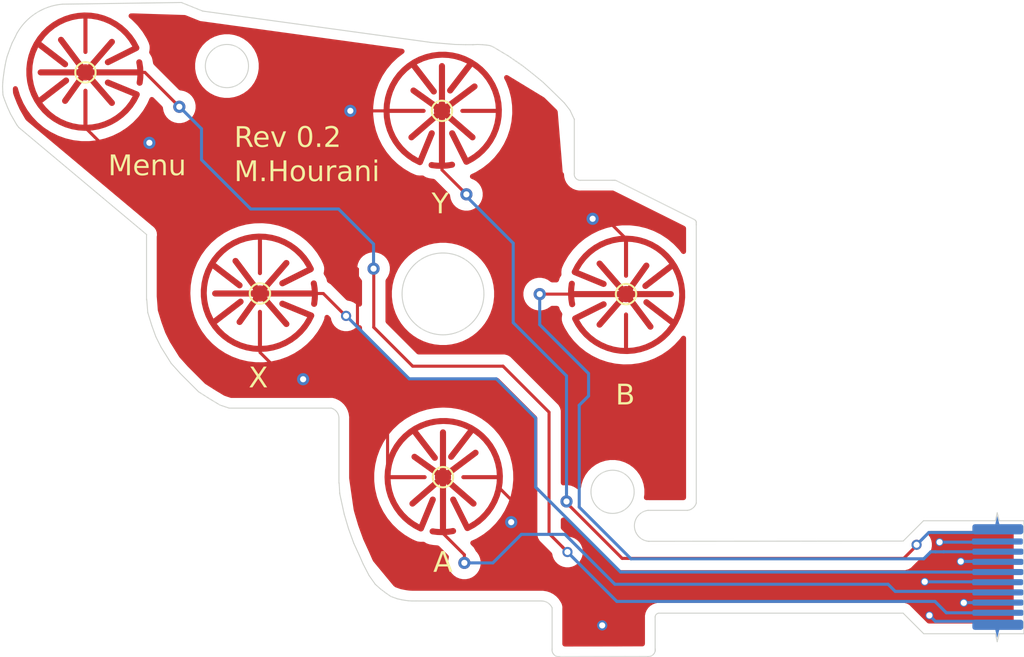
<source format=kicad_pcb>
(kicad_pcb (version 20241229) (generator "pcbnew") (generator_version "9.0")
  (layers (0 "F.Cu" signal) (2 "B.Cu" signal) (13 "F.Paste" user) (15 "B.Paste" user) (5 "F.SilkS" user "F.Silkscreen") (7 "B.SilkS" user "B.Silkscreen") (1 "F.Mask" user) (3 "B.Mask" user) (25 "Edge.Cuts" user))
  (net 0 "")
  (net 1 "Y-Button")
  (net 2 "GND")
  (net 3 "B-Button")
  (net 4 "X-Button")
  (net 5 "A-Button")
  (net 6 "Menu-Button")
  (footprint "" (layer "F.Cu") (at 177.4 92.75)
    (property "Reference" "" (at 0 0 0) (layer "F.SilkS") (effects (font (size 1.27 1.27))))
    (property "Value" "")
    (pad "4" connect roundrect (at 0 0 180) (size 2.5 0.3) (layers "B.Cu" "B.Mask") (net 2 "GND") (clearance 0.02))
  )
  (footprint "TestPoint:TestPoint_Pad_1.0x1.0mm" (layer "F.Cu") (at 177.4 91.15 180)
    (property "Reference" "REF**" (hide yes))
    (property "Value" "TestPoint_Pad_1.0x1.0mm" (hide yes))
    (pad "1" connect roundrect (at 0 0 180) (size 2.5 0.5) (layers "B.Cu" "B.Mask") (net 1 "Y-Button") (clearance 0.02))
  )
  (footprint "Button_Switch_Keyboard:Staggered vertical button pad" (layer "F.Cu") (at 150.15 88.59 90)
    (property "Reference" "REF**" (hide yes))
    (property "Value" "Staggered vertical button pad" (hide yes))
    (fp_circle (center 0 0) (end 0.4 0.3) (stroke (width 0.1)) (fill no) (layer "F.SilkS"))
    (pad "1" smd custom (at 0 -2.721552 90) (size 0.2 0.2) (layers "F.Cu" "F.Mask" "F.Paste") (net 2 "GND") (options (clearance outline) (anchor circle)) (primitives (gr_arc (start -2.519976 1.637666) (mid 2.757549 2.733538) (end -2.5 3.921552) (width 0.3)) (gr_line (start 0 5.421552) (end 0 3.721552) (width 0.2)) (gr_line (start 2.3 4.121552) (end 1 3.121552) (width 0.3)) (gr_line (start 2.25 1.321552) (end 0.95 2.321552) (width 0.3)) (gr_line (start -2.519975 1.637666) (end -1.1 2.221552) (width 0.3)) (gr_line (start -2.499996 3.921552) (end -1.1 3.221552) (width 0.3)) (gr_line (start 0 1.821552) (end 0 0.121552) (width 0.2))))
    (pad "2" smd custom (at 0 0 90) (size 0.8 0.8) (layers "F.Cu" "F.Mask" "F.Paste") (net 5 "A-Button") (options (clearance outline) (anchor circle)) (primitives (gr_line (start 0 0) (end 1.2 1.6) (width 0.3)) (gr_line (start 0 0) (end -1.3 1.5) (width 0.3)) (gr_line (start 0 0) (end 1 -1.4) (width 0.3)) (gr_line (start 0 0) (end -1.3 -1.5) (width 0.3)) (gr_line (start 2.2 0) (end -2.7 0) (width 0.3)) (gr_arc (start -2.644246 0.496482) (mid -2.700108 -0.006015) (end -2.661232 -0.510111) (width 0.3))))
  )
  (footprint "" (layer "F.Cu") (at 177.4 95.84)
    (property "Reference" "" (at 0 0 0) (layer "F.SilkS") (effects (font (size 1.27 1.27))))
    (property "Value" "")
    (pad "10" connect roundrect (at 0 0 180) (size 2.5 0.5) (layers "B.Cu" "B.Mask") (net 2 "GND") (clearance 0.001))
  )
  (footprint "" (layer "F.Cu") (at 177.4 94.25)
    (property "Reference" "" (at 0 0 0) (layer "F.SilkS") (effects (font (size 1.27 1.27))))
    (property "Value" "")
    (pad "7" connect roundrect (at 0 0 180) (size 2.5 0.3) (layers "B.Cu" "B.Mask") (net 5 "A-Button") (clearance 0.02))
  )
  (footprint "" (layer "F.Cu") (at 177.4 92.25)
    (property "Reference" "" (at 0 0 0) (layer "F.SilkS") (effects (font (size 1.27 1.27))))
    (property "Value" "")
    (pad "3" connect roundrect (at 0 0 180) (size 2.5 0.3) (layers "B.Cu" "B.Mask") (net 3 "B-Button") (clearance 0.02))
  )
  (footprint "Button_Switch_Keyboard:Staggered vertical button pad" (layer "F.Cu") (at 159.14 79.6)
    (property "Reference" "REF**" (hide yes))
    (property "Value" "Staggered vertical button pad" (hide yes))
    (fp_circle (center 0 0) (end 0.4 0.3) (stroke (width 0.1)) (fill no) (layer "F.SilkS"))
    (pad "1" smd custom (at 0 -2.721552) (size 0.2 0.2) (layers "F.Cu" "F.Mask" "F.Paste") (net 2 "GND") (options (clearance outline) (anchor circle)) (primitives (gr_arc (start -2.519976 1.637666) (mid 2.757549 2.733538) (end -2.5 3.921552) (width 0.3)) (gr_line (start 0 5.421552) (end 0 3.721552) (width 0.2)) (gr_line (start 2.3 4.121552) (end 1 3.121552) (width 0.3)) (gr_line (start 2.25 1.321552) (end 0.95 2.321552) (width 0.3)) (gr_line (start -2.519975 1.637666) (end -1.1 2.221552) (width 0.3)) (gr_line (start -2.499996 3.921552) (end -1.1 3.221552) (width 0.3)) (gr_line (start 0 1.821552) (end 0 0.121552) (width 0.2))))
    (pad "2" smd custom (at 0 0) (size 0.8 0.8) (layers "F.Cu" "F.Mask" "F.Paste") (net 3 "B-Button") (options (clearance outline) (anchor circle)) (primitives (gr_line (start 0 0) (end 1.2 1.6) (width 0.3)) (gr_line (start 0 0) (end -1.3 1.5) (width 0.3)) (gr_line (start 0 0) (end 1 -1.4) (width 0.3)) (gr_line (start 0 0) (end -1.3 -1.5) (width 0.3)) (gr_line (start 2.2 0) (end -2.7 0) (width 0.3)) (gr_arc (start -2.644246 0.496482) (mid -2.700108 -0.006015) (end -2.661232 -0.510111) (width 0.3))))
  )
  (footprint "Button_Switch_Keyboard:Staggered vertical button pad" (layer "F.Cu") (at 132.59 68.71 180)
    (property "Reference" "REF**" (hide yes))
    (property "Value" "Staggered vertical button pad" (hide yes))
    (fp_circle (center 0 0) (end 0.4 0.3) (stroke (width 0.1)) (fill no) (layer "F.SilkS"))
    (pad "1" smd custom (at 0 -2.721552 180) (size 0.2 0.2) (layers "F.Cu" "F.Mask" "F.Paste") (net 2 "GND") (options (clearance outline) (anchor circle)) (primitives (gr_arc (start -2.519976 1.637666) (mid 2.757549 2.733538) (end -2.5 3.921552) (width 0.3)) (gr_line (start 0 5.421552) (end 0 3.721552) (width 0.2)) (gr_line (start 2.3 4.121552) (end 1 3.121552) (width 0.3)) (gr_line (start 2.25 1.321552) (end 0.95 2.321552) (width 0.3)) (gr_line (start -2.519975 1.637666) (end -1.1 2.221552) (width 0.3)) (gr_line (start -2.499996 3.921552) (end -1.1 3.221552) (width 0.3)) (gr_line (start 0 1.821552) (end 0 0.121552) (width 0.2))))
    (pad "2" smd custom (at 0 0 180) (size 0.8 0.8) (layers "F.Cu" "F.Mask" "F.Paste") (net 6 "Menu-Button") (options (clearance outline) (anchor circle)) (primitives (gr_line (start 0 0) (end 1.2 1.6) (width 0.3)) (gr_line (start 0 0) (end -1.3 1.5) (width 0.3)) (gr_line (start 0 0) (end 1 -1.4) (width 0.3)) (gr_line (start 0 0) (end -1.3 -1.5) (width 0.3)) (gr_line (start 2.2 0) (end -2.7 0) (width 0.3)) (gr_arc (start -2.644246 0.496482) (mid -2.700108 -0.006015) (end -2.661232 -0.510111) (width 0.3))))
  )
  (footprint "Button_Switch_Keyboard:Staggered vertical button pad" (layer "F.Cu") (at 141.16 79.57 180)
    (property "Reference" "REF**" (hide yes))
    (property "Value" "Staggered vertical button pad" (hide yes))
    (fp_circle (center 0 0) (end 0.4 0.3) (stroke (width 0.1)) (fill no) (layer "F.SilkS"))
    (pad "1" smd custom (at 0 -2.721552 180) (size 0.2 0.2) (layers "F.Cu" "F.Mask" "F.Paste") (net 2 "GND") (options (clearance outline) (anchor circle)) (primitives (gr_arc (start -2.519976 1.637666) (mid 2.757549 2.733538) (end -2.5 3.921552) (width 0.3)) (gr_line (start 0 5.421552) (end 0 3.721552) (width 0.2)) (gr_line (start 2.3 4.121552) (end 1 3.121552) (width 0.3)) (gr_line (start 2.25 1.321552) (end 0.95 2.321552) (width 0.3)) (gr_line (start -2.519975 1.637666) (end -1.1 2.221552) (width 0.3)) (gr_line (start -2.499996 3.921552) (end -1.1 3.221552) (width 0.3)) (gr_line (start 0 1.821552) (end 0 0.121552) (width 0.2))))
    (pad "2" smd custom (at 0 0 180) (size 0.8 0.8) (layers "F.Cu" "F.Mask" "F.Paste") (net 4 "X-Button") (options (clearance outline) (anchor circle)) (primitives (gr_line (start 0 0) (end 1.2 1.6) (width 0.3)) (gr_line (start 0 0) (end -1.3 1.5) (width 0.3)) (gr_line (start 0 0) (end 1 -1.4) (width 0.3)) (gr_line (start 0 0) (end -1.3 -1.5) (width 0.3)) (gr_line (start 2.2 0) (end -2.7 0) (width 0.3)) (gr_arc (start -2.644246 0.496482) (mid -2.700108 -0.006015) (end -2.661232 -0.510111) (width 0.3))))
  )
  (footprint "" (layer "F.Cu") (at 177.4 93.25)
    (property "Reference" "" (at 0 0 0) (layer "F.SilkS") (effects (font (size 1.27 1.27))))
    (property "Value" "")
    (pad "5" connect roundrect (at 0 0 180) (size 2.5 0.3) (layers "B.Cu" "B.Mask") (net 4 "X-Button") (clearance 0.02))
  )
  (footprint "" (layer "F.Cu") (at 177.38 91.75)
    (property "Reference" "" (at 0 0 0) (layer "F.SilkS") (effects (font (size 1.27 1.27))))
    (property "Value" "")
    (pad "2" connect roundrect (at 0 0 180) (size 2.5 0.3) (layers "B.Cu" "B.Mask") (net 2 "GND") (clearance 0.02))
  )
  (footprint "" (layer "F.Cu") (at 177.4 94.75)
    (property "Reference" "" (at 0 0 0) (layer "F.SilkS") (effects (font (size 1.27 1.27))))
    (property "Value" "")
    (pad "8" connect roundrect (at 0 0 180) (size 2.5 0.3) (layers "B.Cu" "B.Mask") (net 2 "GND") (clearance 0.02))
  )
  (footprint "" (layer "F.Cu") (at 177.39 93.75)
    (property "Reference" "" (at 0 0 0) (layer "F.SilkS") (effects (font (size 1.27 1.27))))
    (property "Value" "")
    (pad "6" connect roundrect (at 0 0 180) (size 2.5 0.3) (layers "B.Cu" "B.Mask") (net 2 "GND") (clearance 0.02))
  )
  (footprint "Button_Switch_Keyboard:Staggered vertical button pad" (layer "F.Cu") (at 150.1 70.6 90)
    (property "Reference" "REF**" (hide yes))
    (property "Value" "Staggered vertical button pad" (hide yes))
    (fp_circle (center 0 0) (end 0.4 0.3) (stroke (width 0.1)) (fill no) (layer "F.SilkS"))
    (pad "1" smd custom (at 0 -2.721552 90) (size 0.2 0.2) (layers "F.Cu" "F.Mask" "F.Paste") (net 2 "GND") (options (clearance outline) (anchor circle)) (primitives (gr_arc (start -2.519976 1.637666) (mid 2.757549 2.733538) (end -2.5 3.921552) (width 0.3)) (gr_line (start 0 5.421552) (end 0 3.721552) (width 0.2)) (gr_line (start 2.3 4.121552) (end 1 3.121552) (width 0.3)) (gr_line (start 2.25 1.321552) (end 0.95 2.321552) (width 0.3)) (gr_line (start -2.519975 1.637666) (end -1.1 2.221552) (width 0.3)) (gr_line (start -2.499996 3.921552) (end -1.1 3.221552) (width 0.3)) (gr_line (start 0 1.821552) (end 0 0.121552) (width 0.2))))
    (pad "2" smd custom (at 0 0 90) (size 0.8 0.8) (layers "F.Cu" "F.Mask" "F.Paste") (net 1 "Y-Button") (options (clearance outline) (anchor circle)) (primitives (gr_line (start 0 0) (end 1.2 1.6) (width 0.3)) (gr_line (start 0 0) (end -1.3 1.5) (width 0.3)) (gr_line (start 0 0) (end 1 -1.4) (width 0.3)) (gr_line (start 0 0) (end -1.3 -1.5) (width 0.3)) (gr_line (start 2.2 0) (end -2.7 0) (width 0.3)) (gr_arc (start -2.644246 0.496482) (mid -2.700108 -0.006015) (end -2.661232 -0.510111) (width 0.3))))
  )
  (footprint "" (layer "F.Cu") (at 177.4 95.25)
    (property "Reference" "" (at 0 0 0) (layer "F.SilkS") (effects (font (size 1.27 1.27))))
    (property "Value" "")
    (pad "9" connect roundrect (at 0 0 180) (size 2.5 0.3) (layers "B.Cu" "B.Mask") (net 6 "Menu-Button") (clearance 0.02))
  )
  (gr_rect (start 157.11 95.11) (end 158.93 96.79) (stroke (width 0.2)) (fill yes) (layer "F.Cu") (net 2))
  (gr_poly (pts (xy 177.28189 90.9) (xy 177.37189 90.514446) (xy 177.47 90.9)) (stroke (width 0.01)) (fill yes) (layer "B.Cu") (net 1))
  (gr_poly (pts (xy 177.279606 96.081785) (xy 177.369606 96.467339) (xy 177.467716 96.081785)) (stroke (width 0.01)) (fill yes) (layer "B.Cu") (net 2))
  (gr_line (start 148.81 94.67) (end 155.005 94.67) (stroke (width 0.05)) (layer "Edge.Cuts"))
  (gr_line (start 145.3 90.41) (end 145.51 91.12) (stroke (width 0.05)) (layer "Edge.Cuts"))
  (gr_line (start 135.59 79.89) (end 135.59 76.67) (stroke (width 0.05)) (layer "Edge.Cuts"))
  (gr_line (start 158.71 74.05) (end 158.65 74.02) (stroke (width 0.05)) (layer "Edge.Cuts"))
  (gr_circle (center 158.478963 89.31) (end 159.208963 90.08) (stroke (width 0.05)) (fill no) (layer "Edge.Cuts"))
  (gr_line (start 135.65 80.5) (end 135.85 81.15) (stroke (width 0.05)) (layer "Edge.Cuts"))
  (gr_line (start 145.07 89.36) (end 145.3 90.41) (stroke (width 0.05)) (layer "Edge.Cuts"))
  (gr_line (start 156.11 70.21) (end 156.39 70.57) (stroke (width 0.05)) (layer "Edge.Cuts"))
  (gr_line (start 128.74 67.94) (end 128.69 68.14) (stroke (width 0.05)) (layer "Edge.Cuts"))
  (gr_line (start 172.75 95.27) (end 160.74 95.27) (stroke (width 0.05)) (layer "Edge.Cuts"))
  (gr_line (start 128.53 69.2) (end 128.52 69.39) (stroke (width 0.05)) (layer "Edge.Cuts"))
  (gr_line (start 135.6 79.85) (end 135.65 80.5) (stroke (width 0.05)) (layer "Edge.Cuts"))
  (gr_line (start 158.46 74.01) (end 158.54 74.01) (stroke (width 0.05)) (layer "Edge.Cuts"))
  (gr_line (start 131.46 65.36) (end 137.3 65.278) (stroke (width 0.05)) (layer "Edge.Cuts"))
  (gr_line (start 136.05 81.7) (end 136.3 82.2) (stroke (width 0.05)) (layer "Edge.Cuts"))
  (gr_line (start 147.59 94.45) (end 147.9 94.56) (stroke (width 0.05)) (layer "Edge.Cuts"))
  (gr_line (start 128.76 70.42) (end 128.91 70.75) (stroke (width 0.05)) (layer "Edge.Cuts"))
  (gr_line (start 147.89 94.56) (end 148.12 94.61) (stroke (width 0.05)) (layer "Edge.Cuts"))
  (gr_line (start 129.24 66.76) (end 129.12 67.01) (stroke (width 0.05)) (layer "Edge.Cuts"))
  (gr_line (start 162.58 76.02) (end 162.59 76.06) (stroke (width 0.05)) (layer "Edge.Cuts"))
  (gr_arc (start 156.898737 74.011974) (mid 156.674372 73.913475) (end 156.6 73.68) (stroke (width 0.05)) (layer "Edge.Cuts"))
  (gr_arc (start 154.980582 94.673284) (mid 155.296424 94.761245) (end 155.51 95.01) (stroke (width 0.05)) (layer "Edge.Cuts"))
  (gr_line (start 128.53 69.68) (end 128.54 69.82) (stroke (width 0.05)) (layer "Edge.Cuts"))
  (gr_line (start 162.59 76.15) (end 162.59 76.2) (stroke (width 0.05)) (layer "Edge.Cuts"))
  (gr_line (start 177.37 90.34) (end 177.28 90.73) (stroke (width 0.05)) (layer "Edge.Cuts"))
  (gr_line (start 136.3 82.2) (end 136.8 83) (stroke (width 0.05)) (layer "Edge.Cuts"))
  (gr_line (start 128.91 70.75) (end 129.04 70.98) (stroke (width 0.05)) (layer "Edge.Cuts"))
  (gr_line (start 155.05 69.18) (end 155.53 69.64) (stroke (width 0.05)) (layer "Edge.Cuts"))
  (gr_line (start 158.75 74.07) (end 158.71 74.05) (stroke (width 0.05)) (layer "Edge.Cuts"))
  (gr_line (start 172.75 95.27) (end 173.76 96.28) (stroke (width 0.05)) (layer "Edge.Cuts"))
  (gr_line (start 128.69 68.14) (end 128.65 68.34) (stroke (width 0.05)) (layer "Edge.Cuts"))
  (gr_arc (start 159.607719 90.69124) (mid 159.849964 90.372595) (end 160.22 90.22) (stroke (width 0.05)) (layer "Edge.Cuts"))
  (gr_line (start 128.99 67.26) (end 128.89 67.52) (stroke (width 0.05)) (layer "Edge.Cuts"))
  (gr_line (start 160.23 91.74) (end 172.745166 91.73) (stroke (width 0.05)) (layer "Edge.Cuts"))
  (gr_line (start 129.22 71.29) (end 129.32 71.42) (stroke (width 0.05)) (layer "Edge.Cuts"))
  (gr_line (start 148.62 94.67) (end 148.82 94.67) (stroke (width 0.05)) (layer "Edge.Cuts"))
  (gr_line (start 156.91 74.01) (end 158.46 74.01) (stroke (width 0.05)) (layer "Edge.Cuts"))
  (gr_line (start 151.85 67.34) (end 152.1 67.35) (stroke (width 0.05)) (layer "Edge.Cuts"))
  (gr_line (start 128.52 69.39) (end 128.53 69.68) (stroke (width 0.05)) (layer "Edge.Cuts"))
  (gr_line (start 153.37 67.91) (end 154.05 68.38) (stroke (width 0.05)) (layer "Edge.Cuts"))
  (gr_line (start 178.68 96.28) (end 178.68 90.73) (stroke (width 0.05)) (layer "Edge.Cuts"))
  (gr_line (start 138.35 65.7) (end 149.49 67.23) (stroke (width 0.05)) (layer "Edge.Cuts"))
  (gr_line (start 154.51 68.74) (end 155.05 69.18) (stroke (width 0.05)) (layer "Edge.Cuts"))
  (gr_line (start 162.59 76.06) (end 162.59 76.09) (stroke (width 0.05)) (layer "Edge.Cuts"))
  (gr_line (start 158.81 74.1) (end 158.75 74.07) (stroke (width 0.05)) (layer "Edge.Cuts"))
  (gr_line (start 154.04 68.37) (end 154.51 68.74) (stroke (width 0.05)) (layer "Edge.Cuts"))
  (gr_line (start 145.77 91.84) (end 146.05 92.45) (stroke (width 0.05)) (layer "Edge.Cuts"))
  (gr_line (start 146.81 93.84) (end 147.08 94.08) (stroke (width 0.05)) (layer "Edge.Cuts"))
  (gr_line (start 151.26 67.35) (end 151.65 67.35) (stroke (width 0.05)) (layer "Edge.Cuts"))
  (gr_arc (start 155.89 97.41) (mid 155.604816 97.311132) (end 155.508535 97.025065) (stroke (width 0.05)) (layer "Edge.Cuts"))
  (gr_line (start 128.63 70.09) (end 128.76 70.42) (stroke (width 0.05)) (layer "Edge.Cuts"))
  (gr_line (start 152.65 67.48) (end 153.37 67.91) (stroke (width 0.05)) (layer "Edge.Cuts"))
  (gr_line (start 128.89 67.52) (end 128.8 67.77) (stroke (width 0.05)) (layer "Edge.Cuts"))
  (gr_line (start 162.59 89.86) (end 162.59 76.19) (stroke (width 0.05)) (layer "Edge.Cuts"))
  (gr_line (start 173.75 90.73) (end 177.28 90.73) (stroke (width 0.05)) (layer "Edge.Cuts"))
  (gr_line (start 137.3 65.278) (end 138.35 65.7) (stroke (width 0.05)) (layer "Edge.Cuts"))
  (gr_line (start 145.04 85.735) (end 145.04 88.885) (stroke (width 0.05)) (layer "Edge.Cuts"))
  (gr_line (start 146.52 93.42) (end 146.81 93.83) (stroke (width 0.05)) (layer "Edge.Cuts"))
  (gr_line (start 145.51 91.12) (end 145.77 91.84) (stroke (width 0.05)) (layer "Edge.Cuts"))
  (gr_line (start 162.5 75.94) (end 162.55 75.98) (stroke (width 0.05)) (layer "Edge.Cuts"))
  (gr_line (start 155.53 69.64) (end 156.11 70.21) (stroke (width 0.05)) (layer "Edge.Cuts"))
  (gr_arc (start 144.65922 85.198467) (mid 144.937521 85.388793) (end 145.04 85.71) (stroke (width 0.05)) (layer "Edge.Cuts"))
  (gr_line (start 177.37 96.67) (end 177.28 96.28) (stroke (width 0.05)) (layer "Edge.Cuts"))
  (gr_line (start 136.8 83) (end 137.25 83.5) (stroke (width 0.05)) (layer "Edge.Cuts"))
  (gr_line (start 177.47 96.28) (end 177.37 96.67) (stroke (width 0.05)) (layer "Edge.Cuts"))
  (gr_line (start 158.61 74.01) (end 158.59 74.01) (stroke (width 0.05)) (layer "Edge.Cuts"))
  (gr_line (start 146.23 92.86) (end 146.52 93.42) (stroke (width 0.05)) (layer "Edge.Cuts"))
  (gr_line (start 158.81 74.1) (end 162.5 75.94) (stroke (width 0.05)) (layer "Edge.Cuts"))
  (gr_line (start 128.58 69.95) (end 128.63 70.09) (stroke (width 0.05)) (layer "Edge.Cuts"))
  (gr_line (start 178.68 90.73) (end 177.47 90.73) (stroke (width 0.05)) (layer "Edge.Cuts"))
  (gr_line (start 153.6 68.07) (end 154.04 68.37) (stroke (width 0.05)) (layer "Edge.Cuts"))
  (gr_line (start 138.15 84.4) (end 138.7 84.75) (stroke (width 0.05)) (layer "Edge.Cuts"))
  (gr_line (start 156.6 71) (end 156.6 73.67) (stroke (width 0.05)) (layer "Edge.Cuts"))
  (gr_line (start 152.1 67.35) (end 152.29 67.37) (stroke (width 0.05)) (layer "Edge.Cuts"))
  (gr_circle (center 139.538963 68.4) (end 140.268963 69.17) (stroke (width 0.05)) (fill no) (layer "Edge.Cuts"))
  (gr_line (start 138.7 84.75) (end 139.2 85.05) (stroke (width 0.05)) (layer "Edge.Cuts"))
  (gr_line (start 158.65 74.02) (end 158.61 74.01) (stroke (width 0.05)) (layer "Edge.Cuts"))
  (gr_circle (center 150.150572 79.59) (end 151.520572 81.06) (stroke (width 0.05)) (fill no) (layer "Edge.Cuts"))
  (gr_arc (start 129.25 66.75) (mid 130.183066 65.787734) (end 131.45383 65.361456) (stroke (width 0.05)) (layer "Edge.Cuts"))
  (gr_line (start 160.57 95.45) (end 160.57 97.137945) (stroke (width 0.05)) (layer "Edge.Cuts"))
  (gr_line (start 139.2 85.05) (end 139.65 85.2) (stroke (width 0.05)) (layer "Edge.Cuts"))
  (gr_line (start 172.75 91.729996) (end 173.75 90.73) (stroke (width 0.05)) (layer "Edge.Cuts"))
  (gr_line (start 177.47 90.73) (end 177.37 90.34) (stroke (width 0.05)) (layer "Edge.Cuts"))
  (gr_line (start 156.39 70.57) (end 156.6 71.02) (stroke (width 0.05)) (layer "Edge.Cuts"))
  (gr_line (start 129.04 70.98) (end 129.22 71.29) (stroke (width 0.05)) (layer "Edge.Cuts"))
  (gr_line (start 128.57 68.84) (end 128.54 69.09) (stroke (width 0.05)) (layer "Edge.Cuts"))
  (gr_arc (start 162.592147 89.856597) (mid 162.430502 90.103024) (end 162.16 90.22) (stroke (width 0.05)) (layer "Edge.Cuts"))
  (gr_line (start 152.29 67.37) (end 152.44 67.39) (stroke (width 0.05)) (layer "Edge.Cuts"))
  (gr_line (start 146.05 92.45) (end 146.23 92.86) (stroke (width 0.05)) (layer "Edge.Cuts"))
  (gr_line (start 158.59 74.01) (end 158.53 74.01) (stroke (width 0.05)) (layer "Edge.Cuts"))
  (gr_line (start 150.75 67.34) (end 151.26 67.35) (stroke (width 0.05)) (layer "Edge.Cuts"))
  (gr_line (start 152.55 67.43) (end 152.67 67.49) (stroke (width 0.05)) (layer "Edge.Cuts"))
  (gr_line (start 162.17 90.22) (end 160.21 90.22) (stroke (width 0.05)) (layer "Edge.Cuts"))
  (gr_line (start 128.54 69.09) (end 128.53 69.2) (stroke (width 0.05)) (layer "Edge.Cuts"))
  (gr_line (start 135.85 81.15) (end 136.05 81.7) (stroke (width 0.05)) (layer "Edge.Cuts"))
  (gr_line (start 137.25 83.5) (end 137.65 83.9) (stroke (width 0.05)) (layer "Edge.Cuts"))
  (gr_line (start 147.08 94.08) (end 147.33 94.27) (stroke (width 0.05)) (layer "Edge.Cuts"))
  (gr_line (start 149.51 67.236596) (end 150.75 67.34) (stroke (width 0.05)) (layer "Edge.Cuts"))
  (gr_line (start 155.51 95) (end 155.51 97.07) (stroke (width 0.05)) (layer "Edge.Cuts"))
  (gr_line (start 145.05 88.87) (end 145.08 89.4) (stroke (width 0.05)) (layer "Edge.Cuts"))
  (gr_line (start 147.33 94.27) (end 147.59 94.45) (stroke (width 0.05)) (layer "Edge.Cuts"))
  (gr_line (start 128.65 68.34) (end 128.61 68.56) (stroke (width 0.05)) (layer "Edge.Cuts"))
  (gr_line (start 173.77 96.28) (end 177.28 96.28) (stroke (width 0.05)) (layer "Edge.Cuts"))
  (gr_line (start 155.79 97.41) (end 160.24 97.4) (stroke (width 0.05)) (layer "Edge.Cuts"))
  (gr_line (start 178.68 96.28) (end 177.47 96.28) (stroke (width 0.05)) (layer "Edge.Cuts"))
  (gr_arc (start 160.279399 91.74243) (mid 159.671993 91.390358) (end 159.607719 90.69124) (stroke (width 0.05)) (layer "Edge.Cuts"))
  (gr_line (start 162.55 75.98) (end 162.58 76.02) (stroke (width 0.05)) (layer "Edge.Cuts"))
  (gr_arc (start 160.576281 97.013933) (mid 160.48 97.3) (end 160.194816 97.398868) (stroke (width 0.05)) (layer "Edge.Cuts"))
  (gr_line (start 148.44 94.66) (end 148.62 94.67) (stroke (width 0.05)) (layer "Edge.Cuts"))
  (gr_line (start 129.12 67.01) (end 128.99 67.26) (stroke (width 0.05)) (layer "Edge.Cuts"))
  (gr_line (start 162.59 76.09) (end 162.59 76.15) (stroke (width 0.05)) (layer "Edge.Cuts"))
  (gr_line (start 129.31 71.41) (end 135.6 76.68) (stroke (width 0.05)) (layer "Edge.Cuts"))
  (gr_line (start 128.54 69.82) (end 128.58 69.95) (stroke (width 0.05)) (layer "Edge.Cuts"))
  (gr_line (start 128.8 67.77) (end 128.74 67.94) (stroke (width 0.05)) (layer "Edge.Cuts"))
  (gr_line (start 128.61 68.56) (end 128.57 68.84) (stroke (width 0.05)) (layer "Edge.Cuts"))
  (gr_line (start 151.6 67.35) (end 151.85 67.34) (stroke (width 0.05)) (layer "Edge.Cuts"))
  (gr_line (start 148.12 94.61) (end 148.29 94.64) (stroke (width 0.05)) (layer "Edge.Cuts"))
  (gr_line (start 137.65 83.9) (end 138.15 84.4) (stroke (width 0.05)) (layer "Edge.Cuts"))
  (gr_arc (start 160.57 95.464959) (mid 160.617048 95.337478) (end 160.735631 95.271123) (stroke (width 0.05)) (layer "Edge.Cuts"))
  (gr_line (start 148.29 94.64) (end 148.44 94.66) (stroke (width 0.05)) (layer "Edge.Cuts"))
  (gr_line (start 139.65 85.2) (end 144.66 85.2) (stroke (width 0.05)) (layer "Edge.Cuts"))
  (gr_line (start 152.44 67.39) (end 152.55 67.43) (stroke (width 0.05)) (layer "Edge.Cuts"))
  (gr_text "X" (at 140.6 84.35 0) (layer "F.SilkS") (effects (font (size 1 1) (thickness 0.1)) (justify left bottom)))
  (gr_text "Y\n" (at 149.59 75.8 0) (layer "F.SilkS") (effects (font (size 1 1) (thickness 0.1)) (justify left bottom)))
  (gr_text "B\n" (at 158.62 85.19 0) (layer "F.SilkS") (effects (font (size 1 1) (thickness 0.1)) (justify left bottom)))
  (gr_text "Rev 0.2\nM.Hourani\n" (at 139.89 74.22 0) (layer "F.SilkS") (effects (font (size 1 1) (thickness 0.1)) (justify left bottom)))
  (gr_text "A" (at 149.67 93.41 0) (layer "F.SilkS") (effects (font (size 1 1) (thickness 0.1)) (justify left bottom)))
  (gr_text "Menu\n\n" (at 133.7 75.61 0) (layer "F.SilkS") (effects (font (size 1 1) (thickness 0.1)) (justify left bottom)))
  (segment (start 158.95 92.58) (end 172.78 92.58) (width 0.15) (layer "F.Cu") (net 1))
  (segment (start 156.228194 89.858194) (end 158.95 92.58) (width 0.15) (layer "F.Cu") (net 1))
  (segment (start 173.39 91.91) (end 173.39 91.92) (width 0.15) (layer "F.Cu") (net 1))
  (segment (start 151.3 74.7) (end 150.1 73.5) (width 0.15) (layer "F.Cu") (net 1))
  (segment (start 172.78 92.58) (end 173.44 91.92) (width 0.15) (layer "F.Cu") (net 1))
  (segment (start 150.1 73.5) (end 150.1 70.7) (width 0.15) (layer "F.Cu") (net 1))
  (via (at 173.41 91.91) (size 0.5) (drill 0.3) (layers "F.Cu" "B.Cu") (net 1))
  (via (at 156.216587 89.783413) (size 0.6) (drill 0.3) (layers "F.Cu" "B.Cu") (net 1))
  (via (at 151.3 74.7) (size 0.6) (drill 0.3) (layers "F.Cu" "B.Cu") (net 1))
  (segment (start 156.216587 89.783413) (end 156.216587 83.616587) (width 0.15) (layer "B.Cu") (net 1))
  (segment (start 151.3 74.8) (end 151.3 74.7) (width 0.15) (layer "B.Cu") (net 1))
  (segment (start 173.41 91.91) (end 174.014 91.306) (width 0.15) (layer "B.Cu") (net 1))
  (segment (start 153.6 77.1) (end 151.3 74.8) (width 0.15) (layer "B.Cu") (net 1))
  (segment (start 174.014 91.306) (end 177.26 91.306) (width 0.15) (layer "B.Cu") (net 1))
  (segment (start 156.216587 83.616587) (end 153.6 81) (width 0.15) (layer "B.Cu") (net 1))
  (segment (start 153.6 81) (end 153.6 77.1) (width 0.15) (layer "B.Cu") (net 1))
  (segment (start 141.17 82.47) (end 141.17 82.1) (width 0.15) (layer "F.Cu") (net 2))
  (segment (start 157.45 94.025) (end 157.45 95.38) (width 0.15) (layer "F.Cu") (net 2))
  (segment (start 143.725 72.17) (end 144.03 72.17) (width 0.15) (layer "F.Cu") (net 2))
  (segment (start 158.05 95.92) (end 158.02 95.95) (width 0.15) (layer "F.Cu") (net 2))
  (segment (start 175.131 91.781) (end 174.54 91.781) (width 0.15) (layer "F.Cu") (net 2))
  (segment (start 145.95 78.374588) (end 145 77.424588) (width 0.15) (layer "F.Cu") (net 2))
  (segment (start 147.428448 85.503448) (end 147.428448 88.59) (width 0.15) (layer "F.Cu") (net 2))
  (segment (start 157.125 93.7) (end 157.45 94.025) (width 0.15) (layer "F.Cu") (net 2))
  (segment (start 145 77.424588) (end 145 72.975) (width 0.15) (layer "F.Cu") (net 2))
  (segment (start 143.28 83.78) (end 143.22 83.72) (width 0.15) (layer "F.Cu") (net 2))
  (segment (start 174.04 95.135) (end 174.415 94.76) (width 0.15) (layer "F.Cu") (net 2))
  (segment (start 135.6 72.3) (end 135.7 72.2) (width 0.15) (layer "F.Cu") (net 2))
  (segment (start 147.378448 70.6) (end 145.7 70.6) (width 0.15) (layer "F.Cu") (net 2))
  (segment (start 174.415 94.76) (end 175.73 94.76) (width 0.15) (layer "F.Cu") (net 2))
  (segment (start 173.81 93.725) (end 173.835 93.75) (width 0.15) (layer "F.Cu") (net 2))
  (segment (start 174.04 95.38) (end 174.04 95.135) (width 0.15) (layer "F.Cu") (net 2))
  (segment (start 175.71 94.76) (end 175.73 94.76) (width 0.15) (layer "F.Cu") (net 2))
  (segment (start 153.5 89.7) (end 153.5 90.8) (width 0.15) (layer "F.Cu") (net 2))
  (segment (start 175.580918 92.729) (end 175.580918 92.230918) (width 0.15) (layer "F.Cu") (net 2))
  (segment (start 157.97 95.87) (end 157.6 95.87) (width 0.15) (layer "F.Cu") (net 2))
  (segment (start 143.725 72.17) (end 135.73 72.17) (width 0.15) (layer "F.Cu") (net 2))
  (segment (start 143.28 83.78) (end 144.42 83.78) (width 0.15) (layer "F.Cu") (net 2))
  (segment (start 157.99 95.92) (end 158.05 95.92) (width 0.15) (layer "F.Cu") (net 2))
  (segment (start 143.795 72.17) (end 143.725 72.17) (width 0.15) (layer "F.Cu") (net 2))
  (segment (start 174.584918 93.725) (end 175.580918 92.729) (width 0.15) (layer "F.Cu") (net 2))
  (segment (start 173.81 93.725) (end 174.584918 93.725) (width 0.15) (layer "F.Cu") (net 2))
  (segment (start 158.02 95.95) (end 158.4 95.57) (width 0.15) (layer "F.Cu") (net 2))
  (segment (start 158.4 95.57) (end 158.4 94.075) (width 0.15) (layer "F.Cu") (net 2))
  (segment (start 144.42 83.78) (end 145.95 82.25) (width 0.15) (layer "F.Cu") (net 2))
  (segment (start 143.28 83.78) (end 145.705 83.78) (width 0.15) (layer "F.Cu") (net 2))
  (segment (start 174.7 93.75) (end 175.71 94.76) (width 0.15) (layer "F.Cu") (net 2))
  (segment (start 157.45 95.38) (end 157.99 95.92) (width 0.15) (layer "F.Cu") (net 2))
  (segment (start 145.705 83.78) (end 147.428448 85.503448) (width 0.15) (layer "F.Cu") (net 2))
  (segment (start 152.9 89.1) (end 153.5 89.7) (width 0.15) (layer "F.Cu") (net 2))
  (segment (start 144.03 72.17) (end 145.6 70.6) (width 0.15) (layer "F.Cu") (net 2))
  (segment (start 145.6 70.6) (end 145.6 72.4) (width 0.15) (layer "F.Cu") (net 2))
  (segment (start 145 72.975) (end 145.6 72.375) (width 0.15) (layer "F.Cu") (net 2))
  (segment (start 153.5 92.175) (end 155.025 93.7) (width 0.15) (layer "F.Cu") (net 2))
  (segment (start 145.6 72.375) (end 145.6 70.6) (width 0.15) (layer "F.Cu") (net 2))
  (segment (start 133.458448 72.3) (end 134.1 72.3) (width 0.15) (layer "F.Cu") (net 2))
  (segment (start 153.5 90.8) (end 153.5 92.175) (width 0.15) (layer "F.Cu") (net 2))
  (segment (start 143.22 83.72) (end 142.42 83.72) (width 0.15) (layer "F.Cu") (net 2))
  (segment (start 158.75 93.725) (end 173.81 93.725) (width 0.15) (layer "F.Cu") (net 2))
  (segment (start 156.85 76.55) (end 157.5 75.9) (width 0.15) (layer "F.Cu") (net 2))
  (segment (start 155.025 93.7) (end 157.125 93.7) (width 0.15) (layer "F.Cu") (net 2))
  (segment (start 132.59 71.431552) (end 133.458448 72.3) (width 0.15) (layer "F.Cu") (net 2))
  (segment (start 158.161552 75.9) (end 157.5 75.9) (width 0.15) (layer "F.Cu") (net 2))
  (segment (start 173.835 93.75) (end 174.7 93.75) (width 0.15) (layer "F.Cu") (net 2))
  (segment (start 145.95 82.25) (end 145.95 78.374588) (width 0.15) (layer "F.Cu") (net 2))
  (segment (start 158.4 94.075) (end 158.75 93.725) (width 0.15) (layer "F.Cu") (net 2))
  (segment (start 159.14 76.878448) (end 158.161552 75.9) (width 0.15) (layer "F.Cu") (net 2))
  (segment (start 145.6 72.4) (end 149.75 76.55) (width 0.15) (layer "F.Cu") (net 2))
  (segment (start 142.42 83.72) (end 141.17 82.47) (width 0.15) (layer "F.Cu") (net 2))
  (segment (start 135.71 72.14) (end 135.73 72.16) (width 0.15) (layer "F.Cu") (net 2))
  (segment (start 175.580918 92.230918) (end 175.131 91.781) (width 0.15) (layer "F.Cu") (net 2))
  (segment (start 149.75 76.55) (end 156.85 76.55) (width 0.15) (layer "F.Cu") (net 2))
  (segment (start 134.1 72.3) (end 135.6 72.3) (width 0.15) (layer "F.Cu") (net 2))
  (via (at 174.04 95.38) (size 0.4) (drill 0.3) (layers "F.Cu" "B.Cu") (net 2))
  (via (at 157.5 75.9) (size 0.6) (drill 0.3) (layers "F.Cu" "B.Cu") (net 2))
  (via (at 175.580918 92.729) (size 0.4) (drill 0.3) (layers "F.Cu" "B.Cu") (net 2))
  (via (at 175.73 94.76) (size 0.4) (drill 0.3) (layers "F.Cu" "B.Cu") (net 2))
  (via (at 157.97 95.87) (size 0.5) (drill 0.3) (layers "F.Cu" "B.Cu") (net 2))
  (via (at 145.6 70.6) (size 0.6) (drill 0.3) (layers "F.Cu" "B.Cu") (net 2))
  (via (at 174.54 91.781) (size 0.4) (drill 0.3) (layers "F.Cu" "B.Cu") (net 2))
  (via (at 143.28 83.78) (size 0.6) (drill 0.3) (layers "F.Cu" "B.Cu") (net 2))
  (via (at 135.73 72.17) (size 0.6) (drill 0.3) (layers "F.Cu" "B.Cu") (net 2))
  (via (at 173.81 93.725) (size 0.4) (drill 0.3) (layers "F.Cu" "B.Cu") (net 2))
  (via (at 153.5 90.8) (size 0.6) (drill 0.3) (layers "F.Cu" "B.Cu") (net 2))
  (segment (start 175.581918 92.73) (end 177.26 92.73) (width 0.15) (layer "B.Cu") (net 2))
  (segment (start 174.11 95.45) (end 174.33 95.67) (width 0.15) (layer "B.Cu") (net 2))
  (segment (start 174.54 91.781) (end 177.231 91.781) (width 0.15) (layer "B.Cu") (net 2))
  (segment (start 173.815 93.73) (end 177.25 93.73) (width 0.15) (layer "B.Cu") (net 2))
  (segment (start 177.231 91.781) (end 177.25 91.8) (width 0.15) (layer "B.Cu") (net 2))
  (segment (start 177.31 94.75) (end 175.81 94.75) (width 0.15) (layer "B.Cu") (net 2))
  (segment (start 177.38 95.67) (end 177.39 95.68) (width 0.15) (layer "B.Cu") (net 2))
  (segment (start 174.33 95.67) (end 177.38 95.67) (width 0.15) (layer "B.Cu") (net 2))
  (segment (start 174.08 95.45) (end 174.11 95.45) (width 0.15) (layer "B.Cu") (net 2))
  (segment (start 173.81 93.725) (end 173.815 93.73) (width 0.15) (layer "B.Cu") (net 2))
  (segment (start 175.580918 92.729) (end 175.581918 92.73) (width 0.15) (layer "B.Cu") (net 2))
  (segment (start 154.9 79.6) (end 159.14 79.6) (width 0.15) (layer "F.Cu") (net 3))
  (via (at 154.9 79.6) (size 0.6) (drill 0.3) (layers "F.Cu" "B.Cu") (net 3))
  (segment (start 174.339834 92.254) (end 174.107999 92.254) (width 0.15) (layer "B.Cu") (net 3))
  (segment (start 174.107999 92.254) (end 173.761999 92.6) (width 0.15) (layer "B.Cu") (net 3))
  (segment (start 156.841926 85.058074) (end 157.3 84.6) (width 0.15) (layer "B.Cu") (net 3))
  (segment (start 157.3 83.5) (end 154.9 81.1) (width 0.15) (layer "B.Cu") (net 3))
  (segment (start 174.342834 92.257) (end 174.339834 92.254) (width 0.15) (layer "B.Cu") (net 3))
  (segment (start 173.761999 92.6) (end 159.38 92.6) (width 0.15) (layer "B.Cu") (net 3))
  (segment (start 159.38 92.6) (end 156.841926 90.061926) (width 0.15) (layer "B.Cu") (net 3))
  (segment (start 156.841926 90.061926) (end 156.841926 85.058074) (width 0.15) (layer "B.Cu") (net 3))
  (segment (start 174.737166 92.257) (end 174.342834 92.257) (width 0.15) (layer "B.Cu") (net 3))
  (segment (start 174.740166 92.254) (end 174.737166 92.257) (width 0.15) (layer "B.Cu") (net 3))
  (segment (start 157.3 84.6) (end 157.3 83.5) (width 0.15) (layer "B.Cu") (net 3))
  (segment (start 177.29 92.25) (end 177.286 92.254) (width 0.15) (layer "B.Cu") (net 3))
  (segment (start 154.9 81.1) (end 154.9 79.6) (width 0.15) (layer "B.Cu") (net 3))
  (segment (start 177.286 92.254) (end 174.740166 92.254) (width 0.15) (layer "B.Cu") (net 3))
  (segment (start 145.39 80.67) (end 145.303938 80.583938) (width 0.15) (layer "F.Cu") (net 4))
  (segment (start 141.16 79.57) (end 144.27 79.57) (width 0.15) (layer "F.Cu") (net 4))
  (segment (start 144.27 79.57) (end 145.4 80.7) (width 0.15) (layer "F.Cu") (net 4))
  (via (at 145.39 80.67) (size 0.5) (drill 0.3) (layers "F.Cu" "B.Cu") (net 4))
  (segment (start 158.87 93.25) (end 154.7 89.08) (width 0.15) (layer "B.Cu") (net 4))
  (segment (start 154.7 89.08) (end 154.7 85.69) (width 0.15) (layer "B.Cu") (net 4))
  (segment (start 152.77 83.76) (end 148.49 83.76) (width 0.15) (layer "B.Cu") (net 4))
  (segment (start 145.39 80.66) (end 145.37 80.66) (width 0.15) (layer "B.Cu") (net 4))
  (segment (start 177.31 93.25) (end 158.87 93.25) (width 0.15) (layer "B.Cu") (net 4))
  (segment (start 154.7 85.69) (end 152.77 83.76) (width 0.15) (layer "B.Cu") (net 4))
  (segment (start 148.49 83.76) (end 145.39 80.66) (width 0.15) (layer "B.Cu") (net 4))
  (segment (start 151.2 92.8) (end 151.2 92.4) (width 0.15) (layer "F.Cu") (net 5))
  (segment (start 150.1 91.3) (end 150.1 88.6) (width 0.15) (layer "F.Cu") (net 5))
  (segment (start 151.2 92.4) (end 150.1 91.3) (width 0.15) (layer "F.Cu") (net 5))
  (via (at 151.2 92.8) (size 0.6) (drill 0.3) (layers "F.Cu" "B.Cu") (net 5))
  (segment (start 177.219 94.201) (end 177.22 94.2) (width 0.15) (layer "B.Cu") (net 5))
  (segment (start 154 91.4) (end 152.6 92.8) (width 0.15) (layer "B.Cu") (net 5))
  (segment (start 151.2 92.8) (end 151.1 92.8) (width 0.15) (layer "B.Cu") (net 5))
  (segment (start 156.141413 91.4) (end 158.591413 93.85) (width 0.15) (layer "B.Cu") (net 5))
  (segment (start 172.361 94.201) (end 177.219 94.201) (width 0.15) (layer "B.Cu") (net 5))
  (segment (start 154.062588 91.4) (end 156.141413 91.4) (width 0.15) (layer "B.Cu") (net 5))
  (segment (start 158.591413 93.85) (end 172.01 93.85) (width 0.15) (layer "B.Cu") (net 5))
  (segment (start 152.6 92.8) (end 151.2 92.8) (width 0.15) (layer "B.Cu") (net 5))
  (segment (start 154.062588 91.4) (end 154 91.4) (width 0.15) (layer "B.Cu") (net 5))
  (segment (start 172.01 93.85) (end 172.361 94.201) (width 0.15) (layer "B.Cu") (net 5))
  (segment (start 135.51 68.71) (end 137.2 70.4) (width 0.15) (layer "F.Cu") (net 6))
  (segment (start 156.263768 92.266232) (end 156.03 92.032464) (width 0.15) (layer "F.Cu") (net 6))
  (segment (start 156.03 92.03) (end 155.36 91.36) (width 0.15) (layer "F.Cu") (net 6))
  (segment (start 132.59 68.71) (end 135.51 68.71) (width 0.15) (layer "F.Cu") (net 6))
  (segment (start 148.66 83.14) (end 146.75 81.23) (width 0.15) (layer "F.Cu") (net 6))
  (segment (start 156.03 92.032464) (end 156.03 92.03) (width 0.15) (layer "F.Cu") (net 6))
  (segment (start 155.36 91.36) (end 155.36 85.4) (width 0.15) (layer "F.Cu") (net 6))
  (segment (start 146.75 81.23) (end 146.75 78.374226) (width 0.15) (layer "F.Cu") (net 6))
  (segment (start 153.1 83.14) (end 148.66 83.14) (width 0.15) (layer "F.Cu") (net 6))
  (segment (start 155.36 85.4) (end 153.1 83.14) (width 0.15) (layer "F.Cu") (net 6))
  (via (at 137.2 70.4) (size 0.6) (drill 0.3) (layers "F.Cu" "B.Cu") (net 6))
  (via (at 146.74 78.35) (size 0.6) (drill 0.3) (layers "F.Cu" "B.Cu") (net 6))
  (via (at 156.263768 92.266232) (size 0.5) (drill 0.3) (layers "F.Cu" "B.Cu") (net 6))
  (segment (start 174.314 94.694) (end 174.87 95.25) (width 0.15) (layer "B.Cu") (net 6))
  (segment (start 156.263768 92.266232) (end 156.263768 92.268768) (width 0.15) (layer "B.Cu") (net 6))
  (segment (start 140.71 75.42) (end 138.29 73) (width 0.15) (layer "B.Cu") (net 6))
  (segment (start 138.29 73) (end 138.29 71.48) (width 0.15) (layer "B.Cu") (net 6))
  (segment (start 146.74 77.14) (end 145.02 75.42) (width 0.15) (layer "B.Cu") (net 6))
  (segment (start 145.02 75.42) (end 140.71 75.42) (width 0.15) (layer "B.Cu") (net 6))
  (segment (start 158.689 94.694) (end 174.314 94.694) (width 0.15) (layer "B.Cu") (net 6))
  (segment (start 156.263768 92.268768) (end 158.689 94.694) (width 0.15) (layer "B.Cu") (net 6))
  (segment (start 146.74 78.35) (end 146.74 77.14) (width 0.15) (layer "B.Cu") (net 6))
  (segment (start 138.29 71.48) (end 137.16 70.35) (width 0.15) (layer "B.Cu") (net 6))
  (segment (start 174.87 95.25) (end 177.26 95.25) (width 0.15) (layer "B.Cu") (net 6))
  (zone (net 2) (net_name "GND") (layer "F.Cu") (connect_pads (clearance 0.5)) (min_thickness 0.25) (fill yes (thermal_gap 0.5) (thermal_bridge_width 0.5))
    (polygon (pts (xy 162.62 89.77) (xy 162.43 76.36) (xy 158.32 74.14) (xy 156.03 73.61) (xy 155.76 70.33) (xy 151.15 67.53) (xy 138.33 65.92) (xy 130.55 65.67) (xy 128.8 68.35) (xy 129.18 70.97) (xy 135.62 76.36) (xy 135.85 80.18) (xy 136.68 82.57) (xy 139.03 84.68) (xy 145.05 84.97) (xy 145.41 87.74) (xy 146 91.85) (xy 148.02 94.29) (xy 155.5 94.37) (xy 155.73 96.97) (xy 160.34 96.9) (xy 160.49 95.03) (xy 172.82 95.08) (xy 173.82 96.13) (xy 178.5 96.18) (xy 178.53 90.83) (xy 173.9 90.9) (xy 172.76 91.94) (xy 159.98 91.87) (xy 159.35 91.16) (xy 159.59 90.22) (xy 159.98 90.09) (xy 162.16 90.02) (xy 162.29 86.94) (xy 162.51 84.02)))
  )
)
</source>
